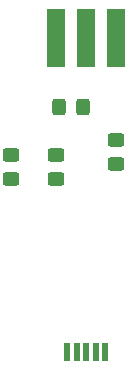
<source format=gbp>
%TF.GenerationSoftware,KiCad,Pcbnew,(5.99.0-7341-g2f3ca60c5e)*%
%TF.CreationDate,2020-12-04T16:45:41+01:00*%
%TF.ProjectId,pcb,7063622e-6b69-4636-9164-5f7063625858,rev?*%
%TF.SameCoordinates,Original*%
%TF.FileFunction,Paste,Bot*%
%TF.FilePolarity,Positive*%
%FSLAX46Y46*%
G04 Gerber Fmt 4.6, Leading zero omitted, Abs format (unit mm)*
G04 Created by KiCad (PCBNEW (5.99.0-7341-g2f3ca60c5e)) date 2020-12-04 16:45:41*
%MOMM*%
%LPD*%
G01*
G04 APERTURE LIST*
G04 Aperture macros list*
%AMRoundRect*
0 Rectangle with rounded corners*
0 $1 Rounding radius*
0 $2 $3 $4 $5 $6 $7 $8 $9 X,Y pos of 4 corners*
0 Add a 4 corners polygon primitive as box body*
4,1,4,$2,$3,$4,$5,$6,$7,$8,$9,$2,$3,0*
0 Add four circle primitives for the rounded corners*
1,1,$1+$1,$2,$3,0*
1,1,$1+$1,$4,$5,0*
1,1,$1+$1,$6,$7,0*
1,1,$1+$1,$8,$9,0*
0 Add four rect primitives between the rounded corners*
20,1,$1+$1,$2,$3,$4,$5,0*
20,1,$1+$1,$4,$5,$6,$7,0*
20,1,$1+$1,$6,$7,$8,$9,0*
20,1,$1+$1,$8,$9,$2,$3,0*%
G04 Aperture macros list end*
%ADD10R,1.500000X5.000000*%
%ADD11RoundRect,0.250000X-0.325000X-0.450000X0.325000X-0.450000X0.325000X0.450000X-0.325000X0.450000X0*%
%ADD12R,0.500000X1.500000*%
%ADD13RoundRect,0.250000X-0.450000X0.325000X-0.450000X-0.325000X0.450000X-0.325000X0.450000X0.325000X0*%
%ADD14RoundRect,0.250000X0.450000X-0.325000X0.450000X0.325000X-0.450000X0.325000X-0.450000X-0.325000X0*%
G04 APERTURE END LIST*
D10*
%TO.C,U1*%
X2540000Y-8165000D03*
X0Y-8165000D03*
X-2540000Y-8165000D03*
%TD*%
D11*
%TO.C,C1*%
X-2295000Y-13970000D03*
X-245000Y-13970000D03*
%TD*%
D12*
%TO.C,J1*%
X1600000Y-34750000D03*
X800000Y-34750000D03*
X0Y-34750000D03*
X-800000Y-34750000D03*
X-1600000Y-34750000D03*
%TD*%
D13*
%TO.C,R3*%
X-6350000Y-18025000D03*
X-6350000Y-20075000D03*
%TD*%
%TO.C,R1*%
X-2540000Y-18025000D03*
X-2540000Y-20075000D03*
%TD*%
D14*
%TO.C,R2*%
X2540000Y-18805000D03*
X2540000Y-16755000D03*
%TD*%
M02*

</source>
